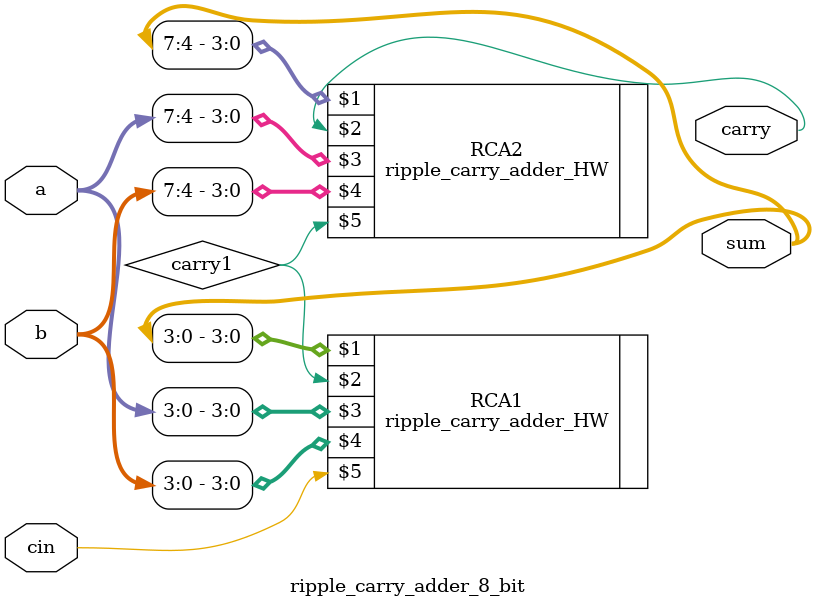
<source format=v>
`timescale 1ns / 1ps


module ripple_carry_adder_8_bit(output [7:0]sum,output carry, input [7:0]a,input [7:0]b,input cin);
wire carry1;
ripple_carry_adder_HW RCA1(sum[3:0],carry1,a[3:0],b[3:0],cin);
ripple_carry_adder_HW RCA2(sum[7:4],carry,a[7:4],b[7:4],carry1);


endmodule

</source>
